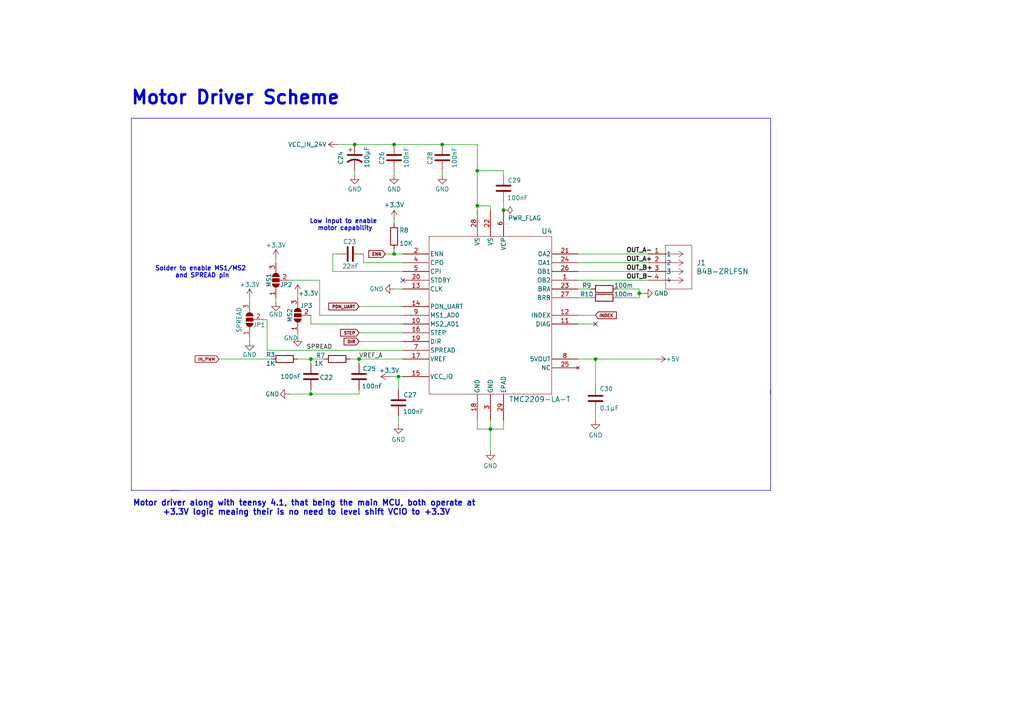
<source format=kicad_sch>
(kicad_sch (version 20231120) (generator "eeschema") (generator_version "8.0")
  (paper "A4")
  (title_block (title "Motor Driver") (date "2024-12-31") (rev "0.1") (comment 1 "From Ali M"))
  (lib_symbols
    (symbol "B4B-ZRLFSN_1" (pin_names (offset 0.254))
      (property "Reference" "J7" (at 13.97 -2.5399 0))
      (property "Value" "B4B-ZRLFSN" (at 13.97 -5.0799 0))
      (symbol "B4B-ZRLFSN_1_1_1"
        (polyline (pts (xy 5.08 -10.16) (xy 12.7 -10.16)) (stroke (width 0.127)))
        (polyline (pts (xy 5.08 2.54) (xy 5.08 -10.16)) (stroke (width 0.127)))
        (polyline (pts (xy 10.16 -7.62) (xy 5.08 -7.62)) (stroke (width 0.127)))
        (polyline (pts (xy 10.16 -7.62) (xy 8.89 -8.4667)) (stroke (width 0.127)))
        (polyline (pts (xy 10.16 -7.62) (xy 8.89 -6.7733)) (stroke (width 0.127)))
        (polyline (pts (xy 10.16 -5.08) (xy 5.08 -5.08)) (stroke (width 0.127)))
        (polyline (pts (xy 10.16 -5.08) (xy 8.89 -5.9267)) (stroke (width 0.127)))
        (polyline (pts (xy 10.16 -5.08) (xy 8.89 -4.2333)) (stroke (width 0.127)))
        (polyline (pts (xy 10.16 -2.54) (xy 5.08 -2.54)) (stroke (width 0.127)))
        (polyline (pts (xy 10.16 -2.54) (xy 8.89 -3.3867)) (stroke (width 0.127)))
        (polyline (pts (xy 10.16 -2.54) (xy 8.89 -1.6933)) (stroke (width 0.127)))
        (polyline (pts (xy 10.16 0) (xy 5.08 0)) (stroke (width 0.127)))
        (polyline (pts (xy 10.16 0) (xy 8.89 -0.8467)) (stroke (width 0.127)))
        (polyline (pts (xy 10.16 0) (xy 8.89 0.8467)) (stroke (width 0.127)))
        (polyline (pts (xy 12.7 -10.16) (xy 12.7 2.54)) (stroke (width 0.127)))
        (polyline (pts (xy 12.7 2.54) (xy 5.08 2.54)) (stroke (width 0.127)))
        (pin passive line (at 0 0 0) (length 5.08) (name "1") (number "1"))
        (pin passive line (at 0 -2.54 0) (length 5.08) (name "2") (number "2"))
        (pin passive line (at 0 -5.08 0) (length 5.08) (name "3") (number "3"))
        (pin passive line (at 0 -7.62 0) (length 5.08) (name "4") (number "4"))
      )
      (symbol "B4B-ZRLFSN_1_1_2"
        (polyline (pts (xy 5.08 -10.16) (xy 12.7 -10.16)) (stroke (width 0.127)))
        (polyline (pts (xy 5.08 2.54) (xy 5.08 -10.16)) (stroke (width 0.127)))
        (polyline (pts (xy 7.62 -7.62) (xy 5.08 -7.62)) (stroke (width 0.127)))
        (polyline (pts (xy 7.62 -7.62) (xy 8.89 -8.4667)) (stroke (width 0.127)))
        (polyline (pts (xy 7.62 -7.62) (xy 8.89 -6.7733)) (stroke (width 0.127)))
        (polyline (pts (xy 7.62 -5.08) (xy 5.08 -5.08)) (stroke (width 0.127)))
        (polyline (pts (xy 7.62 -5.08) (xy 8.89 -5.9267)) (stroke (width 0.127)))
        (polyline (pts (xy 7.62 -5.08) (xy 8.89 -4.2333)) (stroke (width 0.127)))
        (polyline (pts (xy 7.62 -2.54) (xy 5.08 -2.54)) (stroke (width 0.127)))
        (polyline (pts (xy 7.62 -2.54) (xy 8.89 -3.3867)) (stroke (width 0.127)))
        (polyline (pts (xy 7.62 -2.54) (xy 8.89 -1.6933)) (stroke (width 0.127)))
        (polyline (pts (xy 7.62 0) (xy 5.08 0)) (stroke (width 0.127)))
        (polyline (pts (xy 7.62 0) (xy 8.89 -0.8467)) (stroke (width 0.127)))
        (polyline (pts (xy 7.62 0) (xy 8.89 0.8467)) (stroke (width 0.127)))
        (polyline (pts (xy 12.7 -10.16) (xy 12.7 2.54)) (stroke (width 0.127)))
        (polyline (pts (xy 12.7 2.54) (xy 5.08 2.54)) (stroke (width 0.127)))
        (pin unspecified line (at 0 0 0) (length 5.08) (name "1") (number "1"))
        (pin unspecified line (at 0 -2.54 0) (length 5.08) (name "2") (number "2"))
        (pin unspecified line (at 0 -5.08 0) (length 5.08) (name "3") (number "3"))
        (pin unspecified line (at 0 -7.62 0) (length 5.08) (name "4") (number "4"))
      )
    )
    (symbol "Device:C" (pin_numbers hide) (pin_names (offset 0.254))
      (property "Reference" "C" (at 0.635 2.54 0))
      (property "Value" "C" (at 0.635 -2.54 0))
      (symbol "C_0_1"
        (polyline (pts (xy -2.032 -0.762) (xy 2.032 -0.762)) (stroke (width 0.508)))
        (polyline (pts (xy -2.032 0.762) (xy 2.032 0.762)) (stroke (width 0.508)))
      )
      (symbol "C_1_1"
        (pin passive line (at 0 3.81 270) (length 2.794) (name "~") (number "1"))
        (pin passive line (at 0 -3.81 90) (length 2.794) (name "~") (number "2"))
      )
    )
    (symbol "Device:C_Polarized_US" (pin_numbers hide) (pin_names (offset 0.254) hide)
      (property "Reference" "C" (at 0.635 2.54 0))
      (property "Value" "C_Polarized_US" (at 0.635 -2.54 0))
      (symbol "C_Polarized_US_0_1"
        (polyline (pts (xy -2.032 0.762) (xy 2.032 0.762)) (stroke (width 0.508)))
        (polyline (pts (xy -1.778 2.286) (xy -0.762 2.286)))
        (polyline (pts (xy -1.27 1.778) (xy -1.27 2.794)))
        (arc (start 2.032 -1.27) (mid 0 -0.5572) (end -2.032 -1.27) (stroke (width 0.508)))
      )
      (symbol "C_Polarized_US_1_1"
        (pin passive line (at 0 3.81 270) (length 2.794) (name "~") (number "1"))
        (pin passive line (at 0 -3.81 90) (length 3.302) (name "~") (number "2"))
      )
    )
    (symbol "Device:R" (pin_numbers hide) (pin_names (offset 0))
      (property "Reference" "R" (at 2.032 0 90))
      (property "Value" "R" (at 0 0 90))
      (symbol "R_0_1"
        (rectangle (start -1.016 -2.54) (end 1.016 2.54) (stroke (width 0.254)))
      )
      (symbol "R_1_1"
        (pin passive line (at 0 3.81 270) (length 1.27) (name "~") (number "1"))
        (pin passive line (at 0 -3.81 90) (length 1.27) (name "~") (number "2"))
      )
    )
    (symbol "Jumper:SolderJumper_3_Open" (pin_names (offset 0) hide) (exclude_from_sim yes) (in_bom no)
      (property "Reference" "JP" (at -2.54 -2.54 0))
      (property "Value" "SolderJumper_3_Open" (at 0 2.794 0))
      (symbol "SolderJumper_3_Open_0_1"
        (arc (start -1.016 1.016) (mid -2.0276 0) (end -1.016 -1.016))
        (arc (start -1.016 1.016) (mid -2.0276 0) (end -1.016 -1.016) (fill (type outline)))
        (rectangle (start -0.508 1.016) (end 0.508 -1.016) (fill (type outline)))
        (polyline (pts (xy -2.54 0) (xy -2.032 0)))
        (polyline (pts (xy -1.016 1.016) (xy -1.016 -1.016)))
        (polyline (pts (xy 0 -1.27) (xy 0 -1.016)))
        (polyline (pts (xy 1.016 1.016) (xy 1.016 -1.016)))
        (polyline (pts (xy 2.54 0) (xy 2.032 0)))
        (arc (start 1.016 -1.016) (mid 2.0276 0) (end 1.016 1.016))
        (arc (start 1.016 -1.016) (mid 2.0276 0) (end 1.016 1.016) (fill (type outline)))
      )
      (symbol "SolderJumper_3_Open_1_1"
        (pin passive line (at -5.08 0 0) (length 2.54) (name "A") (number "1"))
        (pin passive line (at 0 -3.81 90) (length 2.54) (name "C") (number "2"))
        (pin passive line (at 5.08 0 180) (length 2.54) (name "B") (number "3"))
      )
    )
    (symbol "TMC2209-LA-T_1" (pin_names (offset 0.254))
      (property "Reference" "U7" (at 40.132 6.604 0))
      (property "Value" "TMC2209-LA-T" (at 30.734 -42.164 0))
      (symbol "TMC2209-LA-T_1_0_1"
        (polyline (pts (xy 7.62 -40.64) (xy 43.18 -40.64)) (stroke (width 0.127)))
        (polyline (pts (xy 7.62 5.08) (xy 7.62 -40.64)) (stroke (width 0.127)))
        (polyline (pts (xy 43.18 -40.64) (xy 43.18 5.08)) (stroke (width 0.127)))
        (polyline (pts (xy 43.18 5.08) (xy 7.62 5.08)) (stroke (width 0.127)))
        (pin output line (at 50.8 -7.62 180) (length 7.62) (name "OB2") (number "1"))
        (pin input line (at 0 -20.32 0) (length 7.62) (name "MS2_AD1") (number "10"))
        (pin output line (at 50.8 -20.32 180) (length 7.62) (name "DIAG") (number "11"))
        (pin output line (at 50.8 -17.78 180) (length 7.62) (name "INDEX") (number "12"))
        (pin input line (at 0 -10.16 0) (length 7.62) (name "CLK") (number "13"))
        (pin bidirectional line (at 0 -15.24 0) (length 7.62) (name "PDN_UART") (number "14"))
        (pin power_in line (at 0 -35.56 0) (length 7.62) (name "VCC_IO") (number "15"))
        (pin input line (at 0 -22.86 0) (length 7.62) (name "STEP") (number "16"))
        (pin input line (at 0 -30.48 0) (length 7.62) (name "VREF") (number "17"))
        (pin power_in line (at 21.59 -48.26 90) (length 7.62) (name "GND") (number "18"))
        (pin input line (at 0 -25.4 0) (length 7.62) (name "DIR") (number "19"))
        (pin input line (at 0 0 0) (length 7.62) (name "ENN") (number "2"))
        (pin input line (at 0 -7.62 0) (length 7.62) (name "STDBY") (number "20"))
        (pin output line (at 50.8 0 180) (length 7.62) (name "OA2") (number "21"))
        (pin power_in line (at 25.4 12.7 270) (length 7.62) (name "VS") (number "22"))
        (pin output line (at 50.8 -2.54 180) (length 7.62) (name "OA1") (number "24"))
        (pin no_connect line (at 50.8 -33.02 180) (length 7.62) (name "NC") (number "25"))
        (pin output line (at 50.8 -5.08 180) (length 7.62) (name "OB1") (number "26"))
        (pin power_in line (at 21.59 12.7 270) (length 7.62) (name "VS") (number "28"))
        (pin power_in line (at 25.4 -48.26 90) (length 7.62) (name "GND") (number "3"))
        (pin output line (at 0 -2.54 0) (length 7.62) (name "CPO") (number "4"))
        (pin input line (at 0 -5.08 0) (length 7.62) (name "CPI") (number "5"))
        (pin power_in line (at 29.21 12.7 270) (length 7.62) (name "VCP") (number "6"))
        (pin input line (at 0 -27.94 0) (length 7.62) (name "SPREAD") (number "7"))
        (pin output line (at 50.8 -30.48 180) (length 7.62) (name "5VOUT") (number "8"))
        (pin input line (at 0 -17.78 0) (length 7.62) (name "MS1_AD0") (number "9"))
      )
      (symbol "TMC2209-LA-T_1_1_1"
        (pin passive line (at 50.8 -10.16 180) (length 7.62) (name "BRA") (number "23"))
        (pin passive line (at 50.8 -12.7 180) (length 7.62) (name "BRB") (number "27"))
        (pin passive line (at 29.21 -48.26 90) (length 7.62) (name "EPAD") (number "29"))
      )
    )
    (symbol "power:+3.3V" (power) (pin_numbers hide) (pin_names (offset 0) hide)
      (property "Value" "+3.3V" (at 0 3.556 0))
      (symbol "+3.3V_0_1"
        (polyline (pts (xy -0.762 1.27) (xy 0 2.54)))
        (polyline (pts (xy 0 0) (xy 0 2.54)))
        (polyline (pts (xy 0 2.54) (xy 0.762 1.27)))
      )
      (symbol "+3.3V_1_1"
        (pin power_in line (at 0 0 90) (length 0) (name "~") (number "1"))
      )
    )
    (symbol "power:+5V" (power) (pin_numbers hide) (pin_names (offset 0) hide)
      (property "Value" "+5V" (at 0 3.556 0))
      (symbol "+5V_0_1"
        (polyline (pts (xy -0.762 1.27) (xy 0 2.54)))
        (polyline (pts (xy 0 0) (xy 0 2.54)))
        (polyline (pts (xy 0 2.54) (xy 0.762 1.27)))
      )
      (symbol "+5V_1_1"
        (pin power_in line (at 0 0 90) (length 0) (name "~") (number "1"))
      )
    )
    (symbol "power:GND" (power) (pin_numbers hide) (pin_names (offset 0) hide)
      (property "Value" "GND" (at 0 -3.81 0))
      (symbol "GND_0_1"
        (polyline (pts (xy 0 0) (xy 0 -1.27) (xy 1.27 -1.27) (xy 0 -2.54) (xy -1.27 -1.27) (xy 0 -1.27)))
      )
      (symbol "GND_1_1"
        (pin power_in line (at 0 0 270) (length 0) (name "~") (number "1"))
      )
    )
    (symbol "power:PWR_FLAG" (power) (pin_numbers hide) (pin_names (offset 0) hide)
      (property "Value" "PWR_FLAG" (at 0 3.81 0))
      (symbol "PWR_FLAG_0_0"
        (pin power_out line (at 0 0 90) (length 0) (name "~") (number "1"))
      )
      (symbol "PWR_FLAG_0_1"
        (polyline (pts (xy 0 0) (xy 0 1.27) (xy -1.016 1.905) (xy 0 2.54) (xy 1.016 1.905) (xy 0 1.27)))
      )
    )
  )
  (junction (at 104.14 104.14))
  (junction (at 114.3 41.91))
  (junction (at 114.3 73.66))
  (junction (at 138.43 59.69))
  (junction (at 172.72 104.14))
  (junction (at 115.57 109.22))
  (junction (at 90.17 104.14))
  (junction (at 90.17 114.3))
  (junction (at 102.87 41.91))
  (junction (at 146.05 60.96))
  (junction (at 185.42 85.09))
  (junction (at 138.43 49.53))
  (junction (at 128.27 41.91))
  (junction (at 142.24 124.46))
  (no_connect (at 116.84 81.28))
  (no_connect (at 172.72 93.98))
  (wire (pts (xy 77.47 101.6) (xy 116.84 101.6)))
  (wire (pts (xy 72.39 86.36) (xy 72.39 87.63)))
  (wire (pts (xy 146.05 124.46) (xy 142.24 124.46)))
  (wire (pts (xy 80.01 74.93) (xy 80.01 76.2)))
  (wire (pts (xy 104.14 113.03) (xy 104.14 114.3)))
  (wire (pts (xy 128.27 50.8) (xy 128.27 49.53)))
  (wire (pts (xy 113.03 109.22) (xy 115.57 109.22)))
  (wire (pts (xy 172.72 104.14) (xy 172.72 111.76)))
  (wire (pts (xy 114.3 50.8) (xy 114.3 49.53)))
  (wire (pts (xy 171.45 83.82) (xy 167.64 83.82)))
  (wire (pts (xy 138.43 49.53) (xy 146.05 49.53)))
  (wire (pts (xy 83.82 81.28) (xy 92.71 81.28)))
  (wire (pts (xy 138.43 49.53) (xy 138.43 59.69)))
  (wire (pts (xy 104.14 88.9) (xy 116.84 88.9)))
  (wire (pts (xy 90.17 114.3) (xy 104.14 114.3)))
  (wire (pts (xy 96.52 73.66) (xy 97.79 73.66)))
  (wire (pts (xy 172.72 104.14) (xy 190.5 104.14)))
  (wire (pts (xy 78.74 104.14) (xy 63.5 104.14)))
  (wire (pts (xy 115.57 109.22) (xy 115.57 113.03)))
  (polyline (pts (xy 223.52 113.03) (xy 223.52 114.3)))
  (wire (pts (xy 171.45 86.36) (xy 167.64 86.36)))
  (wire (pts (xy 146.05 121.92) (xy 146.05 124.46)))
  (wire (pts (xy 146.05 50.8) (xy 146.05 49.53)))
  (wire (pts (xy 138.43 124.46) (xy 142.24 124.46)))
  (wire (pts (xy 138.43 121.92) (xy 138.43 124.46)))
  (wire (pts (xy 105.41 76.2) (xy 105.41 73.66)))
  (wire (pts (xy 90.17 113.03) (xy 90.17 114.3)))
  (wire (pts (xy 114.3 72.39) (xy 114.3 73.66)))
  (wire (pts (xy 128.27 41.91) (xy 138.43 41.91)))
  (wire (pts (xy 111.76 73.66) (xy 114.3 73.66)))
  (wire (pts (xy 114.3 41.91) (xy 128.27 41.91)))
  (wire (pts (xy 185.42 86.36) (xy 185.42 85.09)))
  (wire (pts (xy 167.64 76.2) (xy 187.96 76.2)))
  (polyline (pts (xy 38.1 34.29) (xy 38.1 142.24)))
  (wire (pts (xy 172.72 91.44) (xy 167.64 91.44)))
  (wire (pts (xy 105.41 76.2) (xy 116.84 76.2)))
  (wire (pts (xy 185.42 85.09) (xy 186.69 85.09)))
  (wire (pts (xy 115.57 109.22) (xy 116.84 109.22)))
  (wire (pts (xy 72.39 97.79) (xy 72.39 99.06)))
  (wire (pts (xy 104.14 99.06) (xy 116.84 99.06)))
  (wire (pts (xy 142.24 60.96) (xy 142.24 59.69)))
  (wire (pts (xy 146.05 58.42) (xy 146.05 60.96)))
  (wire (pts (xy 96.52 73.66) (xy 96.52 78.74)))
  (wire (pts (xy 138.43 49.53) (xy 138.43 41.91)))
  (wire (pts (xy 96.52 78.74) (xy 116.84 78.74)))
  (wire (pts (xy 83.82 114.3) (xy 90.17 114.3)))
  (wire (pts (xy 167.64 81.28) (xy 187.96 81.28)))
  (wire (pts (xy 90.17 93.98) (xy 116.84 93.98)))
  (wire (pts (xy 92.71 91.44) (xy 116.84 91.44)))
  (polyline (pts (xy 38.1 142.24) (xy 52.07 142.24)))
  (wire (pts (xy 97.79 41.91) (xy 102.87 41.91)))
  (wire (pts (xy 179.07 83.82) (xy 185.42 83.82)))
  (wire (pts (xy 104.14 96.52) (xy 116.84 96.52)))
  (wire (pts (xy 142.24 124.46) (xy 142.24 130.81)))
  (wire (pts (xy 114.3 73.66) (xy 116.84 73.66)))
  (wire (pts (xy 90.17 104.14) (xy 93.98 104.14)))
  (polyline (pts (xy 49.53 142.24) (xy 223.52 142.24)))
  (wire (pts (xy 138.43 59.69) (xy 142.24 59.69)))
  (wire (pts (xy 114.3 63.5) (xy 114.3 64.77)))
  (wire (pts (xy 102.87 50.8) (xy 102.87 49.53)))
  (wire (pts (xy 77.47 92.71) (xy 76.2 92.71)))
  (wire (pts (xy 86.36 96.52) (xy 86.36 97.79)))
  (wire (pts (xy 138.43 60.96) (xy 138.43 59.69)))
  (wire (pts (xy 167.64 73.66) (xy 187.96 73.66)))
  (wire (pts (xy 167.64 93.98) (xy 172.72 93.98)))
  (wire (pts (xy 101.6 104.14) (xy 104.14 104.14)))
  (wire (pts (xy 86.36 85.09) (xy 86.36 86.36)))
  (wire (pts (xy 90.17 104.14) (xy 90.17 105.41)))
  (wire (pts (xy 167.64 104.14) (xy 172.72 104.14)))
  (wire (pts (xy 142.24 121.92) (xy 142.24 124.46)))
  (wire (pts (xy 179.07 86.36) (xy 185.42 86.36)))
  (polyline (pts (xy 223.52 114.3) (xy 223.52 34.29)))
  (wire (pts (xy 92.71 81.28) (xy 92.71 91.44)))
  (wire (pts (xy 80.01 86.36) (xy 80.01 87.63)))
  (wire (pts (xy 104.14 104.14) (xy 116.84 104.14)))
  (wire (pts (xy 102.87 41.91) (xy 114.3 41.91)))
  (wire (pts (xy 115.57 120.65) (xy 115.57 123.19)))
  (wire (pts (xy 104.14 104.14) (xy 104.14 105.41)))
  (wire (pts (xy 114.3 83.82) (xy 116.84 83.82)))
  (polyline (pts (xy 223.52 142.24) (xy 223.52 113.03)))
  (wire (pts (xy 90.17 91.44) (xy 90.17 93.98)))
  (wire (pts (xy 172.72 119.38) (xy 172.72 121.92)))
  (wire (pts (xy 86.36 104.14) (xy 90.17 104.14)))
  (wire (pts (xy 167.64 78.74) (xy 187.96 78.74)))
  (wire (pts (xy 77.47 92.71) (xy 77.47 101.6)))
  (polyline (pts (xy 223.52 34.29) (xy 38.1 34.29)))
  (wire (pts (xy 185.42 83.82) (xy 185.42 85.09)))
  (text "Low input to enable \nmotor capability" (at 100.076 65.278 0) (effects (font (size 1.27 1.27) (thickness 0.254) (bold yes))))
  (text "Motor Driver Scheme" (at 68.326 28.448 0) (effects (font (size 3.81 3.81) (thickness 0.762) (bold yes))))
  (text "Motor driver along with teensy 4.1, that being the main MCU, both operate at \n+3.3V logic meaing their is no need to level shift VCIO to +3.3V\n" (at 88.9 147.32 0) (effects (font (size 1.651 1.651) (thickness 0.3302) (bold yes))))
  (text "Solder to enable MS1/MS2 \nand SPREAD pin" (at 58.674 78.994 0) (effects (font (size 1.27 1.27) (thickness 0.254) (bold yes))))
  (label "SPREAD" (at 88.9 101.6 0))
  (label "OUT_A-" (at 181.61 73.66 0) (effects (font (thickness 0.254) (bold yes))))
  (label "OUT_B+" (at 181.61 78.74 0) (effects (font (thickness 0.254) (bold yes))))
  (label "OUT_A+" (at 181.61 76.2 0) (effects (font (thickness 0.254) (bold yes))))
  (label "OUT_B-" (at 181.61 81.28 0) (effects (font (thickness 0.254) (bold yes))))
  (label "VREF_A" (at 104.14 104.14 0))
  (global_label "ENN" (shape input) (at 111.76 73.66 180) (effects (font (size 0.889 0.889) (thickness 0.254) (bold yes))) (property "Intersheetrefs" "${INTERSHEET_REFS}" (effects (hide yes))))
  (global_label "IN_PWM" (shape input) (at 63.5 104.14 180) (effects (font (size 0.889 0.889) (thickness 0.1778) (bold yes))) (property "Intersheetrefs" "${INTERSHEET_REFS}" (effects (hide yes))))
  (global_label "PDN_UART" (shape input) (at 104.14 88.9 180) (effects (font (size 0.889 0.889) (thickness 0.254) (bold yes))) (property "Intersheetrefs" "${INTERSHEET_REFS}" (effects (hide yes))))
  (global_label "DIR" (shape input) (at 104.14 99.06 180) (effects (font (size 0.889 0.889) (thickness 0.254) (bold yes))) (property "Intersheetrefs" "${INTERSHEET_REFS}" (effects (hide yes))))
  (global_label "STEP" (shape input) (at 104.14 96.52 180) (effects (font (size 0.889 0.889) (thickness 0.254) (bold yes))) (property "Intersheetrefs" "${INTERSHEET_REFS}" (effects (hide yes))))
  (global_label "INDEX" (shape input) (at 172.72 91.44 0) (effects (font (size 0.889 0.889) (thickness 0.254) (bold yes))) (property "Intersheetrefs" "${INTERSHEET_REFS}" (effects (hide yes))))
  (symbol (lib_id "power:+5V") (at 97.79 41.91 90) (unit 1)
    (property "Reference" "#PWR030" (effects (hide yes)))
    (property "Value" "VCC_IN_24V" (at 94.742 41.91 90) (effects (justify left)))
    (property "Description" "Power symbol creates a global label with name \"+5V\"" (effects (hide yes)))
  )
  (symbol (lib_id "Device:C") (at 128.27 45.72 180) (unit 1)
    (property "Reference" "C28" (at 124.714 43.942 90) (effects (justify left)))
    (property "Value" "100nF" (at 131.826 42.672 90) (effects (justify left)))
    (property "Footprint" "Capacitor_SMD:C_0402_1005Metric" (effects (hide yes)))
    (property "Description" "Unpolarized capacitor" (effects (hide yes)))
  )
  (symbol (lib_id "power:PWR_FLAG") (at 146.05 60.96 270) (unit 1)
    (property "Reference" "#FLG05" (effects (hide yes)))
    (property "Value" "PWR_FLAG" (at 152.146 63.246 90))
    (property "Description" "Special symbol for telling ERC where power comes from" (effects (hide yes)))
  )
  (symbol (lib_id "power:GND") (at 172.72 121.92 0) (unit 1)
    (property "Reference" "#PWR039" (effects (hide yes)))
    (property "Value" "GND" (at 172.72 126.238 0))
    (property "Description" "Power symbol creates a global label with name \"GND\" , ground" (effects (hide yes)))
  )
  (symbol (lib_id "Device:C") (at 90.17 109.22 0) (unit 1)
    (property "Reference" "C22" (at 92.71 109.474 0) (effects (justify left)))
    (property "Value" "100nF" (at 81.28 109.22 0) (effects (justify left)))
    (property "Footprint" "Capacitor_SMD:C_0402_1005Metric" (effects (hide yes)))
    (property "Description" "Unpolarized capacitor" (effects (hide yes)))
  )
  (symbol (lib_id "Device:R") (at 82.55 104.14 90) (unit 1)
    (property "Reference" "R3" (at 78.486 102.87 90))
    (property "Value" "1K" (at 78.486 105.41 90))
    (property "Footprint" "Resistor_SMD:R_0603_1608Metric" (effects (hide yes)))
    (property "Description" "Resistor" (effects (hide yes)))
  )
  (symbol (lib_id "power:GND") (at 86.36 97.79 0) (unit 1)
    (property "Reference" "#PWR029" (effects (hide yes)))
    (property "Value" "GND" (at 84.328 98.044 0))
    (property "Description" "Power symbol creates a global label with name \"GND\" , ground" (effects (hide yes)))
  )
  (symbol (lib_id "Jumper:SolderJumper_3_Open") (at 72.39 92.71 90) (unit 1) (exclude_from_sim yes) (in_bom no)
    (property "Reference" "JP1" (at 76.962 94.234 90) (effects (justify left)))
    (property "Value" "SPREAD" (at 69.342 96.52 0) (effects (justify left)))
    (property "Description" "Solder Jumper, 3-pole, open" (effects (hide yes)))
  )
  (symbol (lib_id "Jumper:SolderJumper_3_Open") (at 80.01 81.28 90) (unit 1) (exclude_from_sim yes) (in_bom no)
    (property "Reference" "JP2" (at 84.836 82.55 90) (effects (justify left)))
    (property "Value" "MS1" (at 77.978 83.312 0) (effects (justify left)))
    (property "Description" "Solder Jumper, 3-pole, open" (effects (hide yes)))
  )
  (symbol (lib_id "power:GND") (at 102.87 50.8 0) (unit 1)
    (property "Reference" "#PWR031" (effects (hide yes)))
    (property "Value" "GND" (at 102.87 54.864 0))
    (property "Description" "Power symbol creates a global label with name \"GND\" , ground" (effects (hide yes)))
  )
  (symbol (lib_id "power:GND") (at 83.82 114.3 270) (unit 1)
    (property "Reference" "#PWR027" (effects (hide yes)))
    (property "Value" "GND" (at 78.994 114.3 90))
    (property "Description" "Power symbol creates a global label with name \"GND\" , ground" (effects (hide yes)))
  )
  (symbol (lib_id "Device:C_Polarized_US") (at 102.87 45.72 0) (unit 1)
    (property "Reference" "C24" (at 98.806 47.752 90) (effects (justify left)))
    (property "Value" "100µF" (at 106.426 48.768 90) (effects (justify left)))
    (property "Footprint" "Capacitor_SMD:C_0402_1005Metric" (effects (hide yes)))
    (property "Description" "Polarized capacitor, US symbol" (effects (hide yes)))
  )
  (symbol (lib_id "Device:C") (at 101.6 73.66 90) (unit 1)
    (property "Reference" "C23" (at 103.378 70.104 90) (effects (justify left)))
    (property "Value" "22nF" (at 104.14 77.216 90) (effects (justify left)))
    (property "Footprint" "Capacitor_SMD:C_0805_2012Metric" (effects (hide yes)))
    (property "Description" "Unpolarized capacitor" (effects (hide yes)))
  )
  (symbol (lib_name "B4B-ZRLFSN_1") (lib_id "ZR1.5-4P:B4B-ZRLFSN") (at 187.96 73.66 0) (unit 1)
    (property "Reference" "J1" (at 201.93 76.1999 0) (effects (font (size 1.524 1.524)) (justify left)))
    (property "Value" "B4B-ZRLFSN" (at 201.93 78.7399 0) (effects (font (size 1.524 1.524)) (justify left)))
    (property "Footprint" "ZR1.5-4P:B4B-ZRLFSN" (effects (hide yes)))
    (property "Datasheet" "B4B-ZRLFSN" (effects (hide yes)))
  )
  (symbol (lib_id "power:+3.3V") (at 114.3 63.5 0) (unit 1)
    (property "Reference" "#PWR034" (effects (hide yes)))
    (property "Value" "+3.3V" (at 114.3 59.436 0))
    (property "Description" "Power symbol creates a global label with name \"+3.3V\"" (effects (hide yes)))
  )
  (symbol (lib_id "Device:C") (at 172.72 115.57 180) (unit 1)
    (property "Reference" "C30" (at 177.8 112.776 0) (effects (justify left)))
    (property "Value" "0.1µF" (at 179.578 118.364 0) (effects (justify left)))
    (property "Footprint" "Capacitor_SMD:C_0402_1005Metric" (effects (hide yes)))
    (property "Description" "Unpolarized capacitor" (effects (hide yes)))
  )
  (symbol (lib_id "power:GND") (at 114.3 83.82 270) (unit 1)
    (property "Reference" "#PWR035" (effects (hide yes)))
    (property "Value" "GND" (at 109.22 83.82 90))
    (property "Description" "Power symbol creates a global label with name \"GND\" , ground" (effects (hide yes)))
  )
  (symbol (lib_id "power:+3.3V") (at 86.36 85.09 0) (unit 1)
    (property "Reference" "#PWR028" (effects (hide yes)))
    (property "Value" "+3.3V" (at 89.408 85.09 0))
    (property "Description" "Power symbol creates a global label with name \"+3.3V\"" (effects (hide yes)))
  )
  (symbol (lib_id "Jumper:SolderJumper_3_Open") (at 86.36 91.44 90) (unit 1) (exclude_from_sim yes) (in_bom no)
    (property "Reference" "JP3" (at 90.678 88.646 90) (effects (justify left)))
    (property "Value" "MS2" (at 84.074 93.472 0) (effects (justify left)))
    (property "Description" "Solder Jumper, 3-pole, open" (effects (hide yes)))
  )
  (symbol (lib_id "power:GND") (at 128.27 50.8 0) (unit 1)
    (property "Reference" "#PWR037" (effects (hide yes)))
    (property "Value" "GND" (at 128.27 54.864 0))
    (property "Description" "Power symbol creates a global label with name \"GND\" , ground" (effects (hide yes)))
  )
  (symbol (lib_id "Device:R") (at 175.26 83.82 90) (mirror x) (unit 1)
    (property "Reference" "R9" (at 170.18 82.804 90))
    (property "Value" "100m" (at 180.848 82.804 90))
    (property "Footprint" "Resistor_SMD:R_0402_1005Metric" (effects (hide yes)))
    (property "Description" "Resistor" (effects (hide yes)))
  )
  (symbol (lib_id "power:+3.3V") (at 72.39 86.36 0) (unit 1)
    (property "Reference" "#PWR03" (effects (hide yes)))
    (property "Value" "+3.3V" (at 72.39 82.55 0))
    (property "Description" "Power symbol creates a global label with name \"+3.3V\"" (effects (hide yes)))
  )
  (symbol (lib_id "power:GND") (at 186.69 85.09 90) (unit 1)
    (property "Reference" "#PWR040" (effects (hide yes)))
    (property "Value" "GND" (at 191.77 85.09 90))
    (property "Description" "Power symbol creates a global label with name \"GND\" , ground" (effects (hide yes)))
  )
  (symbol (lib_id "Device:R") (at 175.26 86.36 90) (mirror x) (unit 1)
    (property "Reference" "R10" (at 170.18 85.344 90))
    (property "Value" "100m" (at 180.848 85.344 90))
    (property "Footprint" "Resistor_SMD:R_0402_1005Metric" (effects (hide yes)))
    (property "Description" "Resistor" (effects (hide yes)))
  )
  (symbol (lib_id "Device:C") (at 104.14 109.22 0) (unit 1)
    (property "Reference" "C25" (at 105.156 106.934 0) (effects (justify left)))
    (property "Value" "100nF" (at 104.902 112.014 0) (effects (justify left)))
    (property "Footprint" "Capacitor_SMD:C_0402_1005Metric" (effects (hide yes)))
    (property "Description" "Unpolarized capacitor" (effects (hide yes)))
  )
  (symbol (lib_id "power:+3.3V") (at 113.03 109.22 90) (unit 1)
    (property "Reference" "#PWR032" (effects (hide yes)))
    (property "Value" "+3.3V" (at 115.824 107.442 90) (effects (justify left)))
    (property "Description" "Power symbol creates a global label with name \"+3.3V\"" (effects (hide yes)))
  )
  (symbol (lib_id "Device:C") (at 146.05 54.61 180) (unit 1)
    (property "Reference" "C29" (at 151.13 52.324 0) (effects (justify left)))
    (property "Value" "100nF" (at 153.162 57.404 0) (effects (justify left)))
    (property "Footprint" "Capacitor_SMD:C_0402_1005Metric" (effects (hide yes)))
    (property "Description" "Unpolarized capacitor" (effects (hide yes)))
  )
  (symbol (lib_id "power:GND") (at 114.3 50.8 0) (unit 1)
    (property "Reference" "#PWR033" (effects (hide yes)))
    (property "Value" "GND" (at 114.3 54.864 0))
    (property "Description" "Power symbol creates a global label with name \"GND\" , ground" (effects (hide yes)))
  )
  (symbol (lib_id "Device:R") (at 114.3 68.58 0) (unit 1)
    (property "Reference" "R8" (at 115.824 66.802 0) (effects (justify left)))
    (property "Value" "10K" (at 115.824 70.612 0) (effects (justify left)))
    (property "Footprint" "Resistor_SMD:R_0603_1608Metric" (effects (hide yes)))
    (property "Description" "Resistor" (effects (hide yes)))
  )
  (symbol (lib_id "power:+5V") (at 190.5 104.14 270) (unit 1)
    (property "Reference" "#PWR041" (effects (hide yes)))
    (property "Value" "+5V" (at 193.04 104.14 90) (effects (justify left)))
    (property "Description" "Power symbol creates a global label with name \"+5V\"" (effects (hide yes)))
  )
  (symbol (lib_id "power:GND") (at 142.24 130.81 0) (unit 1)
    (property "Reference" "#PWR038" (effects (hide yes)))
    (property "Value" "GND" (at 142.24 135.128 0))
    (property "Description" "Power symbol creates a global label with name \"GND\" , ground" (effects (hide yes)))
  )
  (symbol (lib_id "Device:R") (at 97.79 104.14 90) (unit 1)
    (property "Reference" "R7" (at 92.964 103.124 90))
    (property "Value" "1K" (at 92.456 105.41 90))
    (property "Footprint" "Resistor_SMD:R_0603_1608Metric" (effects (hide yes)))
    (property "Description" "Resistor" (effects (hide yes)))
  )
  (symbol (lib_name "TMC2209-LA-T_1") (lib_id "tmc2209:TMC2209-LA-T") (at 116.84 73.66 0) (unit 1)
    (property "Reference" "U4" (at 156.972 67.056 0) (effects (font (size 1.524 1.524)) (justify left)))
    (property "Value" "TMC2209-LA-T" (at 147.574 115.824 0) (effects (font (size 1.524 1.524)) (justify left)))
    (property "Footprint" "tmc2209:TMC2209-LA-T" (effects (hide yes)))
    (property "Datasheet" "TMC2209-LA-T" (effects (hide yes)))
  )
  (symbol (lib_id "power:GND") (at 80.01 87.63 0) (unit 1)
    (property "Reference" "#PWR026" (effects (hide yes)))
    (property "Value" "GND" (at 80.01 91.186 0))
    (property "Description" "Power symbol creates a global label with name \"GND\" , ground" (effects (hide yes)))
  )
  (symbol (lib_id "power:GND") (at 115.57 123.19 0) (unit 1)
    (property "Reference" "#PWR036" (effects (hide yes)))
    (property "Value" "GND" (at 115.57 127.508 0))
    (property "Description" "Power symbol creates a global label with name \"GND\" , ground" (effects (hide yes)))
  )
  (symbol (lib_id "power:+3.3V") (at 80.01 74.93 0) (unit 1)
    (property "Reference" "#PWR025" (effects (hide yes)))
    (property "Value" "+3.3V" (at 80.01 71.12 0))
    (property "Description" "Power symbol creates a global label with name \"+3.3V\"" (effects (hide yes)))
  )
  (symbol (lib_id "power:GND") (at 72.39 99.06 0) (unit 1)
    (property "Reference" "#PWR019" (effects (hide yes)))
    (property "Value" "GND" (at 72.39 102.87 0))
    (property "Description" "Power symbol creates a global label with name \"GND\" , ground" (effects (hide yes)))
  )
  (symbol (lib_id "Device:C") (at 115.57 116.84 180) (unit 1)
    (property "Reference" "C27" (at 120.904 114.554 0) (effects (justify left)))
    (property "Value" "100nF" (at 122.936 119.38 0) (effects (justify left)))
    (property "Footprint" "Capacitor_SMD:C_0402_1005Metric" (effects (hide yes)))
    (property "Description" "Unpolarized capacitor" (effects (hide yes)))
  )
  (symbol (lib_id "Device:C") (at 114.3 45.72 180) (unit 1)
    (property "Reference" "C26" (at 110.744 43.942 90) (effects (justify left)))
    (property "Value" "100nF" (at 117.856 42.672 90) (effects (justify left)))
    (property "Footprint" "Capacitor_SMD:C_0402_1005Metric" (effects (hide yes)))
    (property "Description" "Unpolarized capacitor" (effects (hide yes)))
  )
)
</source>
